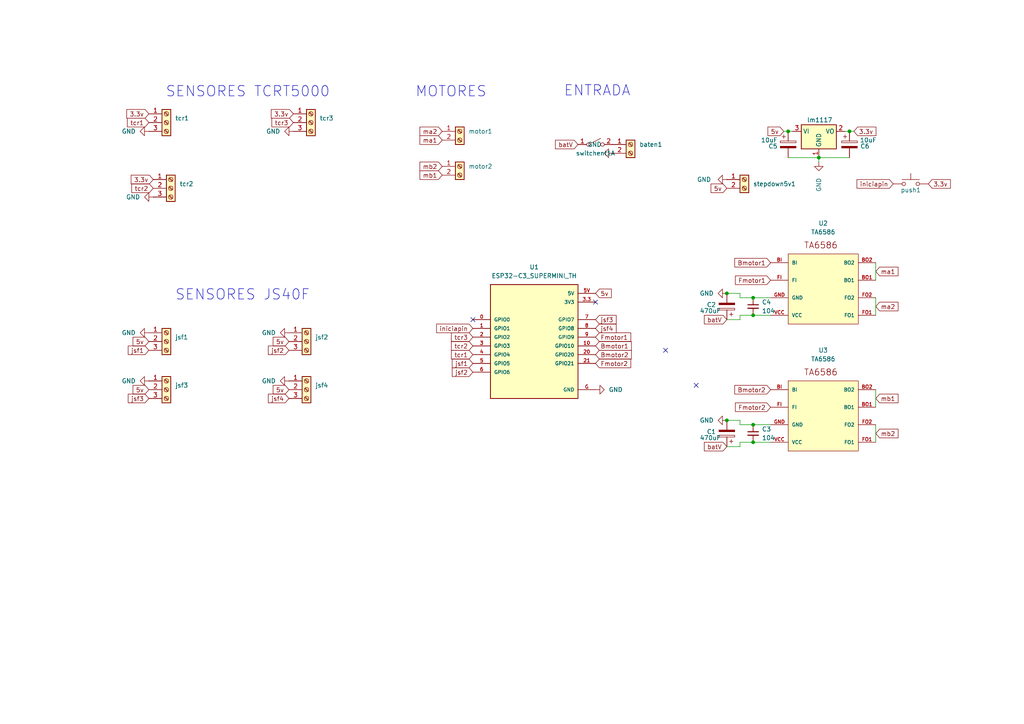
<source format=kicad_sch>
(kicad_sch (version 20250114) (generator "eeschema") (generator_version "9.0")
  (paper "A4")
  (lib_symbols
    (symbol "Connector:Screw_Terminal_01x02" (pin_names (offset 1.016) (hide yes))
      (property "Reference" "J" (at 0 2.54 0))
      (property "Value" "Screw_Terminal_01x02" (at 0 -5.08 0))
      (symbol "Screw_Terminal_01x02_1_1"
        (rectangle (start -1.27 1.27) (end 1.27 -3.81) (stroke (width 0.254)) (fill (type background)))
        (polyline (pts (xy -0.5334 0.3302) (xy 0.3302 -0.508)) (stroke (width 0.1524)))
        (polyline (pts (xy -0.5334 -2.2098) (xy 0.3302 -3.048)) (stroke (width 0.1524)))
        (polyline (pts (xy -0.3556 0.508) (xy 0.508 -0.3302)) (stroke (width 0.1524)))
        (polyline (pts (xy -0.3556 -2.032) (xy 0.508 -2.8702)) (stroke (width 0.1524)))
        (circle (center 0 0) (radius 0.635) (stroke (width 0.1524)))
        (circle (center 0 -2.54) (radius 0.635) (stroke (width 0.1524)))
        (pin passive line (at -5.08 0 0) (length 3.81) (name "Pin_1") (number "1"))
        (pin passive line (at -5.08 -2.54 0) (length 3.81) (name "Pin_2") (number "2"))
      )
    )
    (symbol "Connector:Screw_Terminal_01x03" (pin_names (offset 1.016) (hide yes))
      (property "Reference" "J" (at 0 5.08 0))
      (property "Value" "Screw_Terminal_01x03" (at 0 -5.08 0))
      (symbol "Screw_Terminal_01x03_1_1"
        (rectangle (start -1.27 3.81) (end 1.27 -3.81) (stroke (width 0.254)) (fill (type background)))
        (polyline (pts (xy -0.5334 2.8702) (xy 0.3302 2.032)) (stroke (width 0.1524)))
        (polyline (pts (xy -0.5334 0.3302) (xy 0.3302 -0.508)) (stroke (width 0.1524)))
        (polyline (pts (xy -0.5334 -2.2098) (xy 0.3302 -3.048)) (stroke (width 0.1524)))
        (polyline (pts (xy -0.3556 3.048) (xy 0.508 2.2098)) (stroke (width 0.1524)))
        (polyline (pts (xy -0.3556 0.508) (xy 0.508 -0.3302)) (stroke (width 0.1524)))
        (polyline (pts (xy -0.3556 -2.032) (xy 0.508 -2.8702)) (stroke (width 0.1524)))
        (circle (center 0 2.54) (radius 0.635) (stroke (width 0.1524)))
        (circle (center 0 0) (radius 0.635) (stroke (width 0.1524)))
        (circle (center 0 -2.54) (radius 0.635) (stroke (width 0.1524)))
        (pin passive line (at -5.08 2.54 0) (length 3.81) (name "Pin_1") (number "1"))
        (pin passive line (at -5.08 0 0) (length 3.81) (name "Pin_2") (number "2"))
        (pin passive line (at -5.08 -2.54 0) (length 3.81) (name "Pin_3") (number "3"))
      )
    )
    (symbol "Device:C_Polarized" (pin_numbers (hide yes)) (pin_names (offset 0.254))
      (property "Reference" "C" (at 0.635 2.54 0))
      (property "Value" "C_Polarized" (at 0.635 -2.54 0))
      (symbol "C_Polarized_0_1"
        (rectangle (start -2.286 0.508) (end 2.286 1.016))
        (polyline (pts (xy -1.778 2.286) (xy -0.762 2.286)))
        (polyline (pts (xy -1.27 2.794) (xy -1.27 1.778)))
        (rectangle (start 2.286 -0.508) (end -2.286 -1.016) (fill (type outline)))
      )
      (symbol "C_Polarized_1_1"
        (pin passive line (at 0 3.81 270) (length 2.794) (name "~") (number "1"))
        (pin passive line (at 0 -3.81 90) (length 2.794) (name "~") (number "2"))
      )
    )
    (symbol "Device:C_Small" (pin_numbers (hide yes)) (pin_names (offset 0.254) (hide yes))
      (property "Reference" "C" (at 0.254 1.778 0))
      (property "Value" "C_Small" (at 0.254 -2.032 0))
      (symbol "C_Small_0_1"
        (polyline (pts (xy -1.524 0.508) (xy 1.524 0.508)) (stroke (width 0.3048)))
        (polyline (pts (xy -1.524 -0.508) (xy 1.524 -0.508)) (stroke (width 0.3302)))
      )
      (symbol "C_Small_1_1"
        (pin passive line (at 0 2.54 270) (length 2.032) (name "~") (number "1"))
        (pin passive line (at 0 -2.54 90) (length 2.032) (name "~") (number "2"))
      )
    )
    (symbol "EESTN5:SW_Push" (pin_numbers (hide yes)) (pin_names (offset 1.016) (hide yes))
      (property "Reference" "SW" (at 1.27 2.54 0))
      (symbol "SW_Push_0_1"
        (circle (center -2.032 0) (radius 0.508))
        (polyline (pts (xy 0 1.27) (xy 0 3.048)))
        (circle (center 2.032 0) (radius 0.508))
        (polyline (pts (xy 2.54 1.27) (xy -2.54 1.27)))
        (pin passive line (at -5.08 0 0) (length 2.54) (name "1") (number "1"))
        (pin passive line (at 5.08 0 180) (length 2.54) (name "2") (number "2"))
      )
    )
    (symbol "ESP32-C3_SUPERMINI_TH:ESP32-C3_SUPERMINI_TH" (pin_names (offset 1.016))
      (property "Reference" "U" (at -12.7 16.002 0))
      (property "Value" "ESP32-C3_SUPERMINI_TH" (at -12.7 -20.32 0))
      (symbol "ESP32-C3_SUPERMINI_TH_0_0"
        (rectangle (start -12.7 -17.78) (end 12.7 15.24) (stroke (width 0.254)) (fill (type background)))
        (pin bidirectional line (at -17.78 5.08 0) (length 5.08) (name "GPIO0") (number "0"))
        (pin bidirectional line (at -17.78 2.54 0) (length 5.08) (name "GPIO1") (number "1"))
        (pin bidirectional line (at -17.78 0 0) (length 5.08) (name "GPIO2") (number "2"))
        (pin bidirectional line (at -17.78 -2.54 0) (length 5.08) (name "GPIO3") (number "3"))
        (pin bidirectional line (at -17.78 -5.08 0) (length 5.08) (name "GPIO4") (number "4"))
        (pin bidirectional line (at -17.78 -7.62 0) (length 5.08) (name "GPIO5") (number "5"))
        (pin bidirectional line (at -17.78 -10.16 0) (length 5.08) (name "GPIO6") (number "6"))
        (pin power_in line (at 17.78 12.7 180) (length 5.08) (name "5V") (number "5V"))
        (pin power_in line (at 17.78 10.16 180) (length 5.08) (name "3V3") (number "3.3"))
        (pin bidirectional line (at 17.78 5.08 180) (length 5.08) (name "GPIO7") (number "7"))
        (pin bidirectional line (at 17.78 2.54 180) (length 5.08) (name "GPIO8") (number "8"))
        (pin bidirectional line (at 17.78 0 180) (length 5.08) (name "GPIO9") (number "9"))
        (pin bidirectional line (at 17.78 -2.54 180) (length 5.08) (name "GPIO10") (number "10"))
        (pin bidirectional line (at 17.78 -5.08 180) (length 5.08) (name "GPIO20") (number "20"))
        (pin bidirectional line (at 17.78 -7.62 180) (length 5.08) (name "GPIO21") (number "21"))
        (pin power_in line (at 17.78 -15.24 180) (length 5.08) (name "GND") (number "G"))
      )
    )
    (symbol "Regulator_Linear:LM1117MP-3.3"
      (property "Reference" "U" (at -3.81 3.175 0))
      (property "Value" "LM1117MP-3.3" (at 0 3.175 0))
      (symbol "LM1117MP-3.3_0_1"
        (rectangle (start -5.08 -5.08) (end 5.08 1.905) (stroke (width 0.254)) (fill (type background)))
      )
      (symbol "LM1117MP-3.3_1_1"
        (pin power_in line (at -7.62 0 0) (length 2.54) (name "VI") (number "3"))
        (pin power_in line (at 0 -7.62 90) (length 2.54) (name "GND") (number "1"))
        (pin power_out line (at 7.62 0 180) (length 2.54) (name "VO") (number "2"))
      )
    )
    (symbol "Switch:SW_DPST_x2" (pin_names (offset 0) (hide yes))
      (property "Reference" "SW" (at 0 3.175 0))
      (property "Value" "SW_DPST_x2" (at 0 -2.54 0))
      (symbol "SW_DPST_x2_0_0"
        (circle (center -2.032 0) (radius 0.508))
        (polyline (pts (xy -1.524 0.254) (xy 1.524 1.778)))
        (circle (center 2.032 0) (radius 0.508))
      )
      (symbol "SW_DPST_x2_1_1"
        (pin passive line (at -5.08 0 0) (length 2.54) (name "A") (number "1"))
        (pin passive line (at 5.08 0 180) (length 2.54) (name "B") (number "2"))
      )
      (symbol "SW_DPST_x2_2_1"
        (pin passive line (at -5.08 0 0) (length 2.54) (name "A") (number "3"))
        (pin passive line (at 5.08 0 180) (length 2.54) (name "B") (number "4"))
      )
    )
    (symbol "TA6586:TA6586" (pin_names (offset 1.016))
      (property "Reference" "U" (at 0 0 0))
      (property "Value" "TA6586" (at 0 0 0))
      (symbol "TA6586_0_0"
        (rectangle (start -10.16 -10.16) (end 10.16 10.16) (stroke (width 0.1524)) (fill (type background)))
        (text "TA6586 " (at 0 12.7 0) (effects (font (size 1.778 1.778))))
        (pin bidirectional line (at -15.24 7.62 0) (length 5.08) (name "BI") (number "BI"))
        (pin bidirectional line (at -15.24 2.54 0) (length 5.08) (name "FI") (number "FI"))
        (pin bidirectional line (at -15.24 -2.54 0) (length 5.08) (name "GND") (number "GND"))
        (pin bidirectional line (at -15.24 -7.62 0) (length 5.08) (name "VCC") (number "VCC"))
        (pin bidirectional line (at 15.24 7.62 180) (length 5.08) (name "BO2") (number "BO2"))
        (pin bidirectional line (at 15.24 2.54 180) (length 5.08) (name "BO1") (number "BO1"))
        (pin bidirectional line (at 15.24 -2.54 180) (length 5.08) (name "FO2") (number "FO2"))
        (pin bidirectional line (at 15.24 -7.62 180) (length 5.08) (name "FO1") (number "FO1"))
      )
    )
    (symbol "power:GND" (power) (pin_numbers (hide yes)) (pin_names (offset 0) (hide yes))
      (property "Value" "GND" (at 0 -3.81 0))
      (symbol "GND_0_1"
        (polyline (pts (xy 0 0) (xy 0 -1.27) (xy 1.27 -1.27) (xy 0 -2.54) (xy -1.27 -1.27) (xy 0 -1.27)))
      )
      (symbol "GND_1_1"
        (pin power_in line (at 0 0 270) (length 0) (name "~") (number "1"))
      )
    )
  )
  (text "SENSORES TCRT5000" (at 71.882 26.67 0) (effects (font (size 3 3))))
  (text "ENTRADA\n" (at 173.228 26.416 0) (effects (font (size 3 3))))
  (text "MOTORES" (at 130.81 26.67 0) (effects (font (size 3 3))))
  (text "SENSORES JS40F" (at 70.358 85.598 0) (effects (font (size 3 3))))
  (junction (at 210.82 85.09))
  (junction (at 218.44 123.19))
  (junction (at 218.44 91.44))
  (junction (at 228.6 38.1))
  (junction (at 218.44 86.36))
  (junction (at 218.44 128.27))
  (junction (at 237.49 45.72))
  (junction (at 246.38 38.1))
  (junction (at 210.82 121.92))
  (no_connect (at 172.72 87.63))
  (no_connect (at 193.04 101.6))
  (no_connect (at 137.16 92.71))
  (no_connect (at 201.93 111.76))
  (wire (pts (xy 214.63 86.36) (xy 218.44 86.36)))
  (wire (pts (xy 254 113.03) (xy 254 118.11)))
  (wire (pts (xy 214.63 128.27) (xy 218.44 128.27)))
  (wire (pts (xy 237.49 45.72) (xy 246.38 45.72)))
  (wire (pts (xy 214.63 123.19) (xy 218.44 123.19)))
  (wire (pts (xy 210.82 85.09) (xy 214.63 85.09)))
  (wire (pts (xy 218.44 86.36) (xy 223.52 86.36)))
  (wire (pts (xy 214.63 91.44) (xy 218.44 91.44)))
  (wire (pts (xy 228.6 38.1) (xy 229.87 38.1)))
  (wire (pts (xy 210.82 92.71) (xy 214.63 92.71)))
  (wire (pts (xy 210.82 121.92) (xy 214.63 121.92)))
  (wire (pts (xy 228.6 45.72) (xy 237.49 45.72)))
  (wire (pts (xy 246.38 38.1) (xy 247.65 38.1)))
  (wire (pts (xy 214.63 92.71) (xy 214.63 91.44)))
  (wire (pts (xy 254 123.19) (xy 254 128.27)))
  (wire (pts (xy 218.44 91.44) (xy 223.52 91.44)))
  (wire (pts (xy 214.63 121.92) (xy 214.63 123.19)))
  (wire (pts (xy 254 86.36) (xy 254 91.44)))
  (wire (pts (xy 214.63 85.09) (xy 214.63 86.36)))
  (wire (pts (xy 214.63 129.54) (xy 214.63 128.27)))
  (wire (pts (xy 254 76.2) (xy 254 81.28)))
  (wire (pts (xy 218.44 123.19) (xy 223.52 123.19)))
  (wire (pts (xy 210.82 129.54) (xy 214.63 129.54)))
  (wire (pts (xy 227.33 38.1) (xy 228.6 38.1)))
  (wire (pts (xy 245.11 38.1) (xy 246.38 38.1)))
  (wire (pts (xy 218.44 128.27) (xy 223.52 128.27)))
  (wire (pts (xy 237.49 46.99) (xy 237.49 45.72)))
  (global_label "batV" (shape input) (at 210.82 129.54 180) (property "Intersheetrefs" "${INTERSHEET_REFS}" (effects (hide yes))))
  (global_label "Fmotor1" (shape input) (at 223.52 81.28 180) (property "Intersheetrefs" "${INTERSHEET_REFS}" (effects (hide yes))))
  (global_label "5v" (shape input) (at 83.82 99.06 180) (property "Intersheetrefs" "${INTERSHEET_REFS}" (effects (hide yes))))
  (global_label "mb1" (shape input) (at 254 115.57 0) (property "Intersheetrefs" "${INTERSHEET_REFS}" (effects (hide yes))))
  (global_label "jsf2" (shape input) (at 137.16 107.95 180) (property "Intersheetrefs" "${INTERSHEET_REFS}" (effects (hide yes))))
  (global_label "tcr2" (shape input) (at 137.16 100.33 180) (property "Intersheetrefs" "${INTERSHEET_REFS}" (effects (hide yes))))
  (global_label "ma2" (shape input) (at 254 88.9 0) (property "Intersheetrefs" "${INTERSHEET_REFS}" (effects (hide yes))))
  (global_label "5v" (shape input) (at 210.82 54.61 180) (property "Intersheetrefs" "${INTERSHEET_REFS}" (effects (hide yes))))
  (global_label "mb2" (shape input) (at 254 125.73 0) (property "Intersheetrefs" "${INTERSHEET_REFS}" (effects (hide yes))))
  (global_label "ma1" (shape input) (at 254 78.74 0) (property "Intersheetrefs" "${INTERSHEET_REFS}" (effects (hide yes))))
  (global_label "5v" (shape input) (at 43.18 113.03 180) (property "Intersheetrefs" "${INTERSHEET_REFS}" (effects (hide yes))))
  (global_label "ma2" (shape input) (at 128.27 38.1 180) (property "Intersheetrefs" "${INTERSHEET_REFS}" (effects (hide yes))))
  (global_label "jsf3" (shape input) (at 43.18 115.57 180) (property "Intersheetrefs" "${INTERSHEET_REFS}" (effects (hide yes))))
  (global_label "ma1" (shape input) (at 128.27 40.64 180) (property "Intersheetrefs" "${INTERSHEET_REFS}" (effects (hide yes))))
  (global_label "tcr1" (shape input) (at 137.16 102.87 180) (property "Intersheetrefs" "${INTERSHEET_REFS}" (effects (hide yes))))
  (global_label "3.3v" (shape input) (at 85.09 33.02 180) (property "Intersheetrefs" "${INTERSHEET_REFS}" (effects (hide yes))))
  (global_label "jsf4" (shape input) (at 172.72 95.25 0) (property "Intersheetrefs" "${INTERSHEET_REFS}" (effects (hide yes))))
  (global_label "tcr2" (shape input) (at 44.45 54.61 180) (property "Intersheetrefs" "${INTERSHEET_REFS}" (effects (hide yes))))
  (global_label "Fmotor2" (shape input) (at 172.72 105.41 0) (property "Intersheetrefs" "${INTERSHEET_REFS}" (effects (hide yes))))
  (global_label "tcr3" (shape input) (at 85.09 35.56 180) (property "Intersheetrefs" "${INTERSHEET_REFS}" (effects (hide yes))))
  (global_label "tcr1" (shape input) (at 43.18 35.56 180) (property "Intersheetrefs" "${INTERSHEET_REFS}" (effects (hide yes))))
  (global_label "batV" (shape input) (at 167.64 41.91 180) (property "Intersheetrefs" "${INTERSHEET_REFS}" (effects (hide yes))))
  (global_label "3.3v" (shape input) (at 247.65 38.1 0) (property "Intersheetrefs" "${INTERSHEET_REFS}" (effects (hide yes))))
  (global_label "batV" (shape input) (at 210.82 92.71 180) (property "Intersheetrefs" "${INTERSHEET_REFS}" (effects (hide yes))))
  (global_label "3.3v" (shape input) (at 44.45 52.07 180) (property "Intersheetrefs" "${INTERSHEET_REFS}" (effects (hide yes))))
  (global_label "jsf1" (shape input) (at 137.16 105.41 180) (property "Intersheetrefs" "${INTERSHEET_REFS}" (effects (hide yes))))
  (global_label "3.3v" (shape input) (at 43.18 33.02 180) (property "Intersheetrefs" "${INTERSHEET_REFS}" (effects (hide yes))))
  (global_label "Bmotor1" (shape input) (at 223.52 76.2 180) (property "Intersheetrefs" "${INTERSHEET_REFS}" (effects (hide yes))))
  (global_label "Bmotor1" (shape input) (at 172.72 100.33 0) (property "Intersheetrefs" "${INTERSHEET_REFS}" (effects (hide yes))))
  (global_label "3.3v" (shape input) (at 269.24 53.34 0) (property "Intersheetrefs" "${INTERSHEET_REFS}" (effects (hide yes))))
  (global_label "mb2" (shape input) (at 128.27 48.26 180) (property "Intersheetrefs" "${INTERSHEET_REFS}" (effects (hide yes))))
  (global_label "Bmotor2" (shape input) (at 172.72 102.87 0) (property "Intersheetrefs" "${INTERSHEET_REFS}" (effects (hide yes))))
  (global_label "5v" (shape input) (at 43.18 99.06 180) (property "Intersheetrefs" "${INTERSHEET_REFS}" (effects (hide yes))))
  (global_label "Fmotor1" (shape input) (at 172.72 97.79 0) (property "Intersheetrefs" "${INTERSHEET_REFS}" (effects (hide yes))))
  (global_label "Fmotor2" (shape input) (at 223.52 118.11 180) (property "Intersheetrefs" "${INTERSHEET_REFS}" (effects (hide yes))))
  (global_label "jsf2" (shape input) (at 83.82 101.6 180) (property "Intersheetrefs" "${INTERSHEET_REFS}" (effects (hide yes))))
  (global_label "5v" (shape input) (at 172.72 85.09 0) (property "Intersheetrefs" "${INTERSHEET_REFS}" (effects (hide yes))))
  (global_label "5v" (shape input) (at 83.82 113.03 180) (property "Intersheetrefs" "${INTERSHEET_REFS}" (effects (hide yes))))
  (global_label "5v" (shape input) (at 227.33 38.1 180) (property "Intersheetrefs" "${INTERSHEET_REFS}" (effects (hide yes))))
  (global_label "jsf4" (shape input) (at 83.82 115.57 180) (property "Intersheetrefs" "${INTERSHEET_REFS}" (effects (hide yes))))
  (global_label "jsf3" (shape input) (at 172.72 92.71 0) (property "Intersheetrefs" "${INTERSHEET_REFS}" (effects (hide yes))))
  (global_label "jsf1" (shape input) (at 43.18 101.6 180) (property "Intersheetrefs" "${INTERSHEET_REFS}" (effects (hide yes))))
  (global_label "Bmotor2" (shape input) (at 223.52 113.03 180) (property "Intersheetrefs" "${INTERSHEET_REFS}" (effects (hide yes))))
  (global_label "mb1" (shape input) (at 128.27 50.8 180) (property "Intersheetrefs" "${INTERSHEET_REFS}" (effects (hide yes))))
  (global_label "tcr3" (shape input) (at 137.16 97.79 180) (property "Intersheetrefs" "${INTERSHEET_REFS}" (effects (hide yes))))
  (global_label "iniciapin" (shape input) (at 137.16 95.25 180) (property "Intersheetrefs" "${INTERSHEET_REFS}" (effects (hide yes))))
  (global_label "iniciapin" (shape input) (at 259.08 53.34 180) (property "Intersheetrefs" "${INTERSHEET_REFS}" (effects (hide yes))))
  (symbol (lib_id "Connector:Screw_Terminal_01x02") (at 182.88 41.91 0) (unit 1)
    (property "Reference" "baten1" (at 185.42 41.9099 0) (effects (justify left)))
    (property "Value" "Screw_Terminal_01x02" (effects (hide yes)))
    (property "Footprint" "Connector_AMASS:AMASS_XT30PW-M_1x02_P2.50mm_Horizontal" (effects (hide yes)))
    (property "Description" "Generic screw terminal, single row, 01x02, script generated (kicad-library-utils/schlib/autogen/connector/)" (effects (hide yes)))
  )
  (symbol (lib_id "Connector:Screw_Terminal_01x03") (at 88.9 113.03 0) (unit 1)
    (property "Reference" "jsf4" (at 91.44 111.7599 0) (effects (justify left)))
    (property "Value" "Screw_Terminal_01x03" (effects (hide yes)))
    (property "Footprint" "Connector_JST:JST_PH_B3B-PH-K_1x03_P2.00mm_Vertical" (effects (hide yes)))
    (property "Description" "Generic screw terminal, single row, 01x03, script generated (kicad-library-utils/schlib/autogen/connector/)" (effects (hide yes)))
  )
  (symbol (lib_id "ESP32-C3_SUPERMINI_TH:ESP32-C3_SUPERMINI_TH") (at 154.94 97.79 0) (unit 1)
    (property "Reference" "U1" (at 154.94 77.47 0))
    (property "Value" "ESP32-C3_SUPERMINI_TH" (at 154.94 80.01 0))
    (property "Footprint" "ESP32-C3_SUPERMINI_TH:MODULE_ESP32-C3_SUPERMINI" (effects (hide yes)))
    (property "MF" "Espressif Systems" (effects (hide yes)))
    (property "MAXIMUM_PACKAGE_HEIGHT" "4.2mm" (effects (hide yes)))
    (property "Package" "Package" (effects (hide yes)))
    (property "Price" "None" (effects (hide yes)))
    (property "Check_prices" "https://www.snapeda.com/parts/ESP32-C3%20SuperMini_TH/Espressif+Systems/view-part/?ref=eda" (effects (hide yes)))
    (property "STANDARD" "Manufacturer Recommendations" (effects (hide yes)))
    (property "SnapEDA_Link" "https://www.snapeda.com/parts/ESP32-C3%20SuperMini_TH/Espressif+Systems/view-part/?ref=snap" (effects (hide yes)))
    (property "MP" "ESP32-C3 SuperMini_TH" (effects (hide yes)))
    (property "Description_1" "\n                        \n                            Super tiny ESP32-C3 board\n                        \n" (effects (hide yes)))
    (property "Availability" "Not in stock" (effects (hide yes)))
    (property "MANUFACTURER" "Espressif" (effects (hide yes)))
  )
  (symbol (lib_id "power:GND") (at 43.18 38.1 270) (unit 1)
    (property "Reference" "#PWR02" (effects (hide yes)))
    (property "Value" "GND" (at 39.37 38.0999 90) (effects (justify right)))
    (property "Description" "Power symbol creates a global label with name \"GND\" , ground" (effects (hide yes)))
  )
  (symbol (lib_id "Device:C_Polarized") (at 210.82 125.73 180) (unit 1)
    (property "Reference" "C1" (at 204.978 125.222 0) (effects (justify right)))
    (property "Value" "470uF" (at 202.946 127 0) (effects (justify right)))
    (property "Footprint" "Capacitor_SMD:CP_Elec_6.3x7.7" (effects (hide yes)))
    (property "Description" "Polarized capacitor" (effects (hide yes)))
  )
  (symbol (lib_id "power:GND") (at 237.49 46.99 0) (unit 1)
    (property "Reference" "#PWR08" (effects (hide yes)))
    (property "Value" "GND" (at 237.49 51.562 90) (effects (justify right)))
    (property "Description" "Power symbol creates a global label with name \"GND\" , ground" (effects (hide yes)))
  )
  (symbol (lib_id "TA6586:TA6586") (at 238.76 83.82 0) (unit 1)
    (property "Reference" "U2" (at 238.76 64.77 0))
    (property "Value" "TA6586" (at 238.76 67.31 0))
    (property "Footprint" "TA6586:TA6586-FOOTPRINT" (effects (hide yes)))
    (property "MF" "Wuxi" (effects (hide yes)))
    (property "Description_1" "\n                        \n                            DC Bidirectional motor driving circuit\n                        \n" (effects (hide yes)))
    (property "Package" "Package" (effects (hide yes)))
    (property "Price" "None" (effects (hide yes)))
    (property "SnapEDA_Link" "https://www.snapeda.com/parts/TA6586/Wuxi/view-part/?ref=snap" (effects (hide yes)))
    (property "MP" "TA6586" (effects (hide yes)))
    (property "Availability" "Not in stock" (effects (hide yes)))
    (property "Check_prices" "https://www.snapeda.com/parts/TA6586/Wuxi/view-part/?ref=eda" (effects (hide yes)))
  )
  (symbol (lib_id "Connector:Screw_Terminal_01x03") (at 48.26 35.56 0) (unit 1)
    (property "Reference" "tcr1" (at 50.8 34.2899 0) (effects (justify left)))
    (property "Value" "Screw_Terminal_01x03" (effects (hide yes)))
    (property "Footprint" "Connector_JST:JST_PH_B3B-PH-K_1x03_P2.00mm_Vertical" (effects (hide yes)))
    (property "Description" "Generic screw terminal, single row, 01x03, script generated (kicad-library-utils/schlib/autogen/connector/)" (effects (hide yes)))
  )
  (symbol (lib_id "Connector:Screw_Terminal_01x03") (at 48.26 99.06 0) (unit 1)
    (property "Reference" "jsf1" (at 50.8 97.7899 0) (effects (justify left)))
    (property "Value" "Screw_Terminal_01x03" (effects (hide yes)))
    (property "Footprint" "Connector_JST:JST_PH_B3B-PH-K_1x03_P2.00mm_Vertical" (effects (hide yes)))
    (property "Description" "Generic screw terminal, single row, 01x03, script generated (kicad-library-utils/schlib/autogen/connector/)" (effects (hide yes)))
  )
  (symbol (lib_id "power:GND") (at 43.18 110.49 270) (unit 1)
    (property "Reference" "#PWR011" (effects (hide yes)))
    (property "Value" "GND" (at 39.37 110.4899 90) (effects (justify right)))
    (property "Description" "Power symbol creates a global label with name \"GND\" , ground" (effects (hide yes)))
  )
  (symbol (lib_id "power:GND") (at 210.82 85.09 270) (unit 1)
    (property "Reference" "#PWR018" (effects (hide yes)))
    (property "Value" "GND" (at 207.01 85.0899 90) (effects (justify right)))
    (property "Description" "Power symbol creates a global label with name \"GND\" , ground" (effects (hide yes)))
  )
  (symbol (lib_id "Device:C_Polarized") (at 246.38 41.91 0) (unit 1)
    (property "Reference" "C6" (at 252.222 42.418 0) (effects (justify right)))
    (property "Value" "10uF" (at 254.254 40.64 0) (effects (justify right)))
    (property "Footprint" "Capacitor_SMD:C_0805_2012Metric" (effects (hide yes)))
    (property "Description" "Polarized capacitor" (effects (hide yes)))
  )
  (symbol (lib_id "Device:C_Polarized") (at 210.82 88.9 180) (unit 1)
    (property "Reference" "C2" (at 204.978 88.392 0) (effects (justify right)))
    (property "Value" "470uF" (at 202.946 90.17 0) (effects (justify right)))
    (property "Footprint" "Capacitor_SMD:CP_Elec_6.3x7.7" (effects (hide yes)))
    (property "Description" "Polarized capacitor" (effects (hide yes)))
  )
  (symbol (lib_id "Connector:Screw_Terminal_01x02") (at 133.35 38.1 0) (unit 1)
    (property "Reference" "motor1" (at 135.89 38.0999 0) (effects (justify left)))
    (property "Value" "Screw_Terminal_01x02" (effects (hide yes)))
    (property "Footprint" "TerminalBlock_TE-Connectivity:TerminalBlock_TE_282834-2_1x02_P2.54mm_Horizontal" (effects (hide yes)))
    (property "Description" "Generic screw terminal, single row, 01x02, script generated (kicad-library-utils/schlib/autogen/connector/)" (effects (hide yes)))
  )
  (symbol (lib_id "power:GND") (at 43.18 96.52 270) (unit 1)
    (property "Reference" "#PWR09" (effects (hide yes)))
    (property "Value" "GND" (at 39.37 96.5199 90) (effects (justify right)))
    (property "Description" "Power symbol creates a global label with name \"GND\" , ground" (effects (hide yes)))
  )
  (symbol (lib_id "Switch:SW_DPST_x2") (at 172.72 41.91 0) (unit 1)
    (property "Reference" "switchent1" (at 172.72 44.45 0))
    (property "Value" "SW_DPST_x2" (effects (hide yes)))
    (property "Footprint" "Connector_PinSocket_2.00mm:PinSocket_1x02_P2.00mm_Vertical" (effects (hide yes)))
    (property "Description" "Single Pole Single Throw (SPST) switch, separate symbol" (effects (hide yes)))
  )
  (symbol (lib_id "power:GND") (at 83.82 96.52 270) (unit 1)
    (property "Reference" "#PWR010" (effects (hide yes)))
    (property "Value" "GND" (at 80.01 96.5199 90) (effects (justify right)))
    (property "Description" "Power symbol creates a global label with name \"GND\" , ground" (effects (hide yes)))
  )
  (symbol (lib_id "Connector:Screw_Terminal_01x02") (at 133.35 48.26 0) (unit 1)
    (property "Reference" "motor2" (at 135.89 48.2599 0) (effects (justify left)))
    (property "Value" "Screw_Terminal_01x02" (effects (hide yes)))
    (property "Footprint" "TerminalBlock_TE-Connectivity:TerminalBlock_TE_282834-2_1x02_P2.54mm_Horizontal" (effects (hide yes)))
    (property "Description" "Generic screw terminal, single row, 01x02, script generated (kicad-library-utils/schlib/autogen/connector/)" (effects (hide yes)))
  )
  (symbol (lib_id "TA6586:TA6586") (at 238.76 120.65 0) (unit 1)
    (property "Reference" "U3" (at 238.76 101.6 0))
    (property "Value" "TA6586" (at 238.76 104.14 0))
    (property "Footprint" "TA6586:TA6586-FOOTPRINT" (effects (hide yes)))
    (property "MF" "Wuxi" (effects (hide yes)))
    (property "Description_1" "\n                        \n                            DC Bidirectional motor driving circuit\n                        \n" (effects (hide yes)))
    (property "Package" "Package" (effects (hide yes)))
    (property "Price" "None" (effects (hide yes)))
    (property "SnapEDA_Link" "https://www.snapeda.com/parts/TA6586/Wuxi/view-part/?ref=snap" (effects (hide yes)))
    (property "MP" "TA6586" (effects (hide yes)))
    (property "Availability" "Not in stock" (effects (hide yes)))
    (property "Check_prices" "https://www.snapeda.com/parts/TA6586/Wuxi/view-part/?ref=eda" (effects (hide yes)))
  )
  (symbol (lib_id "power:GND") (at 83.82 110.49 270) (unit 1)
    (property "Reference" "#PWR012" (effects (hide yes)))
    (property "Value" "GND" (at 80.01 110.4899 90) (effects (justify right)))
    (property "Description" "Power symbol creates a global label with name \"GND\" , ground" (effects (hide yes)))
  )
  (symbol (lib_id "Device:C_Small") (at 218.44 125.73 0) (unit 1)
    (property "Reference" "C3" (at 220.98 124.4662 0) (effects (justify left)))
    (property "Value" "104" (at 220.98 127.0062 0) (effects (justify left)))
    (property "Footprint" "Capacitor_SMD:C_0805_2012Metric" (effects (hide yes)))
    (property "Description" "Unpolarized capacitor, small symbol" (effects (hide yes)))
  )
  (symbol (lib_id "power:GND") (at 172.72 113.03 90) (unit 1)
    (property "Reference" "#PWR017" (effects (hide yes)))
    (property "Value" "GND" (at 176.53 113.0299 90) (effects (justify right)))
    (property "Description" "Power symbol creates a global label with name \"GND\" , ground" (effects (hide yes)))
  )
  (symbol (lib_id "EESTN5:SW_Push") (at 264.16 53.34 0) (unit 1)
    (property "Reference" "push1" (at 264.16 55.118 0))
    (property "Value" "SW_Push" (effects (hide yes)))
    (property "Footprint" "EESTN5:Pulsador_SMD_2_ALTO" (effects (hide yes)))
    (property "Description" "Push button switch, generic, two pins" (effects (hide yes)))
  )
  (symbol (lib_id "Connector:Screw_Terminal_01x03") (at 90.17 35.56 0) (unit 1)
    (property "Reference" "tcr3" (at 92.71 34.2899 0) (effects (justify left)))
    (property "Value" "Screw_Terminal_01x03" (effects (hide yes)))
    (property "Footprint" "Connector_JST:JST_PH_B3B-PH-K_1x03_P2.00mm_Vertical" (effects (hide yes)))
    (property "Description" "Generic screw terminal, single row, 01x03, script generated (kicad-library-utils/schlib/autogen/connector/)" (effects (hide yes)))
  )
  (symbol (lib_id "Device:C_Small") (at 218.44 88.9 0) (unit 1)
    (property "Reference" "C4" (at 220.98 87.6362 0) (effects (justify left)))
    (property "Value" "104" (at 220.98 90.1762 0) (effects (justify left)))
    (property "Footprint" "Capacitor_SMD:C_0805_2012Metric" (effects (hide yes)))
    (property "Description" "Unpolarized capacitor, small symbol" (effects (hide yes)))
  )
  (symbol (lib_id "Connector:Screw_Terminal_01x02") (at 215.9 52.07 0) (unit 1)
    (property "Reference" "stepdown5v1" (at 218.44 53.3399 0) (effects (justify left)))
    (property "Value" "Screw_Terminal_01x02" (effects (hide yes)))
    (property "Footprint" "TerminalBlock_TE-Connectivity:TerminalBlock_TE_282834-2_1x02_P2.54mm_Horizontal" (effects (hide yes)))
    (property "Description" "Generic screw terminal, single row, 01x02, script generated (kicad-library-utils/schlib/autogen/connector/)" (effects (hide yes)))
  )
  (symbol (lib_id "power:GND") (at 210.82 121.92 270) (unit 1)
    (property "Reference" "#PWR019" (effects (hide yes)))
    (property "Value" "GND" (at 207.01 121.9199 90) (effects (justify right)))
    (property "Description" "Power symbol creates a global label with name \"GND\" , ground" (effects (hide yes)))
  )
  (symbol (lib_id "power:GND") (at 210.82 52.07 270) (unit 1)
    (property "Reference" "#PWR015" (effects (hide yes)))
    (property "Value" "GND" (at 206.248 52.07 90) (effects (justify right)))
    (property "Description" "Power symbol creates a global label with name \"GND\" , ground" (effects (hide yes)))
  )
  (symbol (lib_id "power:GND") (at 177.8 44.45 270) (unit 1)
    (property "Reference" "#PWR014" (effects (hide yes)))
    (property "Value" "GND" (at 174.498 41.91 90) (effects (justify right)))
    (property "Description" "Power symbol creates a global label with name \"GND\" , ground" (effects (hide yes)))
  )
  (symbol (lib_id "power:GND") (at 85.09 38.1 270) (unit 1)
    (property "Reference" "#PWR03" (effects (hide yes)))
    (property "Value" "GND" (at 81.28 38.0999 90) (effects (justify right)))
    (property "Description" "Power symbol creates a global label with name \"GND\" , ground" (effects (hide yes)))
  )
  (symbol (lib_id "power:GND") (at 44.45 57.15 270) (unit 1)
    (property "Reference" "#PWR01" (effects (hide yes)))
    (property "Value" "GND" (at 40.64 57.1499 90) (effects (justify right)))
    (property "Description" "Power symbol creates a global label with name \"GND\" , ground" (effects (hide yes)))
  )
  (symbol (lib_id "Connector:Screw_Terminal_01x03") (at 49.53 54.61 0) (unit 1)
    (property "Reference" "tcr2" (at 52.07 53.3399 0) (effects (justify left)))
    (property "Value" "Screw_Terminal_01x03" (effects (hide yes)))
    (property "Footprint" "Connector_JST:JST_PH_B3B-PH-K_1x03_P2.00mm_Vertical" (effects (hide yes)))
    (property "Description" "Generic screw terminal, single row, 01x03, script generated (kicad-library-utils/schlib/autogen/connector/)" (effects (hide yes)))
  )
  (symbol (lib_id "Regulator_Linear:LM1117MP-3.3") (at 237.49 38.1 0) (unit 1)
    (property "Reference" "lm1117" (at 237.744 34.798 0))
    (property "Value" "LM1117MP-3.3" (effects (hide yes)))
    (property "Footprint" "Package_TO_SOT_SMD:SOT-223-3_TabPin2" (effects (hide yes)))
    (property "Datasheet" "http://www.ti.com/lit/ds/symlink/lm1117.pdf" (effects (hide yes)))
    (property "Description" "800mA Low-Dropout Linear Regulator, 3.3V fixed output, SOT-223" (effects (hide yes)))
  )
  (symbol (lib_id "Device:C_Polarized") (at 228.6 41.91 0) (unit 1)
    (property "Reference" "C5" (at 225.552 42.418 0) (effects (justify right)))
    (property "Value" "10uF" (at 225.552 40.64 0) (effects (justify right)))
    (property "Footprint" "Capacitor_SMD:C_0805_2012Metric" (effects (hide yes)))
    (property "Description" "Polarized capacitor" (effects (hide yes)))
  )
  (symbol (lib_id "Connector:Screw_Terminal_01x03") (at 48.26 113.03 0) (unit 1)
    (property "Reference" "jsf3" (at 50.8 111.7599 0) (effects (justify left)))
    (property "Value" "Screw_Terminal_01x03" (effects (hide yes)))
    (property "Footprint" "Connector_JST:JST_PH_B3B-PH-K_1x03_P2.00mm_Vertical" (effects (hide yes)))
    (property "Description" "Generic screw terminal, single row, 01x03, script generated (kicad-library-utils/schlib/autogen/connector/)" (effects (hide yes)))
  )
  (symbol (lib_id "Connector:Screw_Terminal_01x03") (at 88.9 99.06 0) (unit 1)
    (property "Reference" "jsf2" (at 91.44 97.7899 0) (effects (justify left)))
    (property "Value" "Screw_Terminal_01x03" (effects (hide yes)))
    (property "Footprint" "Connector_JST:JST_PH_B3B-PH-K_1x03_P2.00mm_Vertical" (effects (hide yes)))
    (property "Description" "Generic screw terminal, single row, 01x03, script generated (kicad-library-utils/schlib/autogen/connector/)" (effects (hide yes)))
  )
)
</source>
